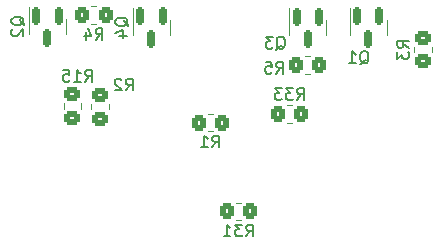
<source format=gbo>
%TF.GenerationSoftware,KiCad,Pcbnew,7.0.10*%
%TF.CreationDate,2024-07-06T13:46:37+02:00*%
%TF.ProjectId,Overlord,4f766572-6c6f-4726-942e-6b696361645f,rev?*%
%TF.SameCoordinates,Original*%
%TF.FileFunction,Legend,Bot*%
%TF.FilePolarity,Positive*%
%FSLAX46Y46*%
G04 Gerber Fmt 4.6, Leading zero omitted, Abs format (unit mm)*
G04 Created by KiCad (PCBNEW 7.0.10) date 2024-07-06 13:46:37*
%MOMM*%
%LPD*%
G01*
G04 APERTURE LIST*
G04 Aperture macros list*
%AMRoundRect*
0 Rectangle with rounded corners*
0 $1 Rounding radius*
0 $2 $3 $4 $5 $6 $7 $8 $9 X,Y pos of 4 corners*
0 Add a 4 corners polygon primitive as box body*
4,1,4,$2,$3,$4,$5,$6,$7,$8,$9,$2,$3,0*
0 Add four circle primitives for the rounded corners*
1,1,$1+$1,$2,$3*
1,1,$1+$1,$4,$5*
1,1,$1+$1,$6,$7*
1,1,$1+$1,$8,$9*
0 Add four rect primitives between the rounded corners*
20,1,$1+$1,$2,$3,$4,$5,0*
20,1,$1+$1,$4,$5,$6,$7,0*
20,1,$1+$1,$6,$7,$8,$9,0*
20,1,$1+$1,$8,$9,$2,$3,0*%
G04 Aperture macros list end*
%ADD10C,0.150000*%
%ADD11C,0.120000*%
%ADD12C,3.500000*%
%ADD13R,1.700000X1.700000*%
%ADD14O,1.700000X1.700000*%
%ADD15C,1.600000*%
%ADD16R,1.200000X1.200000*%
%ADD17C,1.200000*%
%ADD18C,2.540000*%
%ADD19C,3.250000*%
%ADD20R,1.500000X1.500000*%
%ADD21C,1.500000*%
%ADD22C,2.300000*%
%ADD23R,1.600000X1.600000*%
%ADD24C,1.700000*%
%ADD25RoundRect,0.250000X-0.350000X-0.450000X0.350000X-0.450000X0.350000X0.450000X-0.350000X0.450000X0*%
%ADD26RoundRect,0.250000X0.350000X0.450000X-0.350000X0.450000X-0.350000X-0.450000X0.350000X-0.450000X0*%
%ADD27RoundRect,0.150000X-0.150000X0.587500X-0.150000X-0.587500X0.150000X-0.587500X0.150000X0.587500X0*%
%ADD28RoundRect,0.250000X-0.450000X0.350000X-0.450000X-0.350000X0.450000X-0.350000X0.450000X0.350000X0*%
G04 APERTURE END LIST*
D10*
X59732857Y-108244819D02*
X60066190Y-107768628D01*
X60304285Y-108244819D02*
X60304285Y-107244819D01*
X60304285Y-107244819D02*
X59923333Y-107244819D01*
X59923333Y-107244819D02*
X59828095Y-107292438D01*
X59828095Y-107292438D02*
X59780476Y-107340057D01*
X59780476Y-107340057D02*
X59732857Y-107435295D01*
X59732857Y-107435295D02*
X59732857Y-107578152D01*
X59732857Y-107578152D02*
X59780476Y-107673390D01*
X59780476Y-107673390D02*
X59828095Y-107721009D01*
X59828095Y-107721009D02*
X59923333Y-107768628D01*
X59923333Y-107768628D02*
X60304285Y-107768628D01*
X59399523Y-107244819D02*
X58780476Y-107244819D01*
X58780476Y-107244819D02*
X59113809Y-107625771D01*
X59113809Y-107625771D02*
X58970952Y-107625771D01*
X58970952Y-107625771D02*
X58875714Y-107673390D01*
X58875714Y-107673390D02*
X58828095Y-107721009D01*
X58828095Y-107721009D02*
X58780476Y-107816247D01*
X58780476Y-107816247D02*
X58780476Y-108054342D01*
X58780476Y-108054342D02*
X58828095Y-108149580D01*
X58828095Y-108149580D02*
X58875714Y-108197200D01*
X58875714Y-108197200D02*
X58970952Y-108244819D01*
X58970952Y-108244819D02*
X59256666Y-108244819D01*
X59256666Y-108244819D02*
X59351904Y-108197200D01*
X59351904Y-108197200D02*
X59399523Y-108149580D01*
X57828095Y-108244819D02*
X58399523Y-108244819D01*
X58113809Y-108244819D02*
X58113809Y-107244819D01*
X58113809Y-107244819D02*
X58209047Y-107387676D01*
X58209047Y-107387676D02*
X58304285Y-107482914D01*
X58304285Y-107482914D02*
X58399523Y-107530533D01*
X64042857Y-96704819D02*
X64376190Y-96228628D01*
X64614285Y-96704819D02*
X64614285Y-95704819D01*
X64614285Y-95704819D02*
X64233333Y-95704819D01*
X64233333Y-95704819D02*
X64138095Y-95752438D01*
X64138095Y-95752438D02*
X64090476Y-95800057D01*
X64090476Y-95800057D02*
X64042857Y-95895295D01*
X64042857Y-95895295D02*
X64042857Y-96038152D01*
X64042857Y-96038152D02*
X64090476Y-96133390D01*
X64090476Y-96133390D02*
X64138095Y-96181009D01*
X64138095Y-96181009D02*
X64233333Y-96228628D01*
X64233333Y-96228628D02*
X64614285Y-96228628D01*
X63709523Y-95704819D02*
X63090476Y-95704819D01*
X63090476Y-95704819D02*
X63423809Y-96085771D01*
X63423809Y-96085771D02*
X63280952Y-96085771D01*
X63280952Y-96085771D02*
X63185714Y-96133390D01*
X63185714Y-96133390D02*
X63138095Y-96181009D01*
X63138095Y-96181009D02*
X63090476Y-96276247D01*
X63090476Y-96276247D02*
X63090476Y-96514342D01*
X63090476Y-96514342D02*
X63138095Y-96609580D01*
X63138095Y-96609580D02*
X63185714Y-96657200D01*
X63185714Y-96657200D02*
X63280952Y-96704819D01*
X63280952Y-96704819D02*
X63566666Y-96704819D01*
X63566666Y-96704819D02*
X63661904Y-96657200D01*
X63661904Y-96657200D02*
X63709523Y-96609580D01*
X62757142Y-95704819D02*
X62138095Y-95704819D01*
X62138095Y-95704819D02*
X62471428Y-96085771D01*
X62471428Y-96085771D02*
X62328571Y-96085771D01*
X62328571Y-96085771D02*
X62233333Y-96133390D01*
X62233333Y-96133390D02*
X62185714Y-96181009D01*
X62185714Y-96181009D02*
X62138095Y-96276247D01*
X62138095Y-96276247D02*
X62138095Y-96514342D01*
X62138095Y-96514342D02*
X62185714Y-96609580D01*
X62185714Y-96609580D02*
X62233333Y-96657200D01*
X62233333Y-96657200D02*
X62328571Y-96704819D01*
X62328571Y-96704819D02*
X62614285Y-96704819D01*
X62614285Y-96704819D02*
X62709523Y-96657200D01*
X62709523Y-96657200D02*
X62757142Y-96609580D01*
X69345238Y-93680057D02*
X69440476Y-93632438D01*
X69440476Y-93632438D02*
X69535714Y-93537200D01*
X69535714Y-93537200D02*
X69678571Y-93394342D01*
X69678571Y-93394342D02*
X69773809Y-93346723D01*
X69773809Y-93346723D02*
X69869047Y-93346723D01*
X69821428Y-93584819D02*
X69916666Y-93537200D01*
X69916666Y-93537200D02*
X70011904Y-93441961D01*
X70011904Y-93441961D02*
X70059523Y-93251485D01*
X70059523Y-93251485D02*
X70059523Y-92918152D01*
X70059523Y-92918152D02*
X70011904Y-92727676D01*
X70011904Y-92727676D02*
X69916666Y-92632438D01*
X69916666Y-92632438D02*
X69821428Y-92584819D01*
X69821428Y-92584819D02*
X69630952Y-92584819D01*
X69630952Y-92584819D02*
X69535714Y-92632438D01*
X69535714Y-92632438D02*
X69440476Y-92727676D01*
X69440476Y-92727676D02*
X69392857Y-92918152D01*
X69392857Y-92918152D02*
X69392857Y-93251485D01*
X69392857Y-93251485D02*
X69440476Y-93441961D01*
X69440476Y-93441961D02*
X69535714Y-93537200D01*
X69535714Y-93537200D02*
X69630952Y-93584819D01*
X69630952Y-93584819D02*
X69821428Y-93584819D01*
X68440476Y-93584819D02*
X69011904Y-93584819D01*
X68726190Y-93584819D02*
X68726190Y-92584819D01*
X68726190Y-92584819D02*
X68821428Y-92727676D01*
X68821428Y-92727676D02*
X68916666Y-92822914D01*
X68916666Y-92822914D02*
X69011904Y-92870533D01*
X40950057Y-90394761D02*
X40902438Y-90299523D01*
X40902438Y-90299523D02*
X40807200Y-90204285D01*
X40807200Y-90204285D02*
X40664342Y-90061428D01*
X40664342Y-90061428D02*
X40616723Y-89966190D01*
X40616723Y-89966190D02*
X40616723Y-89870952D01*
X40854819Y-89918571D02*
X40807200Y-89823333D01*
X40807200Y-89823333D02*
X40711961Y-89728095D01*
X40711961Y-89728095D02*
X40521485Y-89680476D01*
X40521485Y-89680476D02*
X40188152Y-89680476D01*
X40188152Y-89680476D02*
X39997676Y-89728095D01*
X39997676Y-89728095D02*
X39902438Y-89823333D01*
X39902438Y-89823333D02*
X39854819Y-89918571D01*
X39854819Y-89918571D02*
X39854819Y-90109047D01*
X39854819Y-90109047D02*
X39902438Y-90204285D01*
X39902438Y-90204285D02*
X39997676Y-90299523D01*
X39997676Y-90299523D02*
X40188152Y-90347142D01*
X40188152Y-90347142D02*
X40521485Y-90347142D01*
X40521485Y-90347142D02*
X40711961Y-90299523D01*
X40711961Y-90299523D02*
X40807200Y-90204285D01*
X40807200Y-90204285D02*
X40854819Y-90109047D01*
X40854819Y-90109047D02*
X40854819Y-89918571D01*
X39950057Y-90728095D02*
X39902438Y-90775714D01*
X39902438Y-90775714D02*
X39854819Y-90870952D01*
X39854819Y-90870952D02*
X39854819Y-91109047D01*
X39854819Y-91109047D02*
X39902438Y-91204285D01*
X39902438Y-91204285D02*
X39950057Y-91251904D01*
X39950057Y-91251904D02*
X40045295Y-91299523D01*
X40045295Y-91299523D02*
X40140533Y-91299523D01*
X40140533Y-91299523D02*
X40283390Y-91251904D01*
X40283390Y-91251904D02*
X40854819Y-90680476D01*
X40854819Y-90680476D02*
X40854819Y-91299523D01*
X62275238Y-92440057D02*
X62370476Y-92392438D01*
X62370476Y-92392438D02*
X62465714Y-92297200D01*
X62465714Y-92297200D02*
X62608571Y-92154342D01*
X62608571Y-92154342D02*
X62703809Y-92106723D01*
X62703809Y-92106723D02*
X62799047Y-92106723D01*
X62751428Y-92344819D02*
X62846666Y-92297200D01*
X62846666Y-92297200D02*
X62941904Y-92201961D01*
X62941904Y-92201961D02*
X62989523Y-92011485D01*
X62989523Y-92011485D02*
X62989523Y-91678152D01*
X62989523Y-91678152D02*
X62941904Y-91487676D01*
X62941904Y-91487676D02*
X62846666Y-91392438D01*
X62846666Y-91392438D02*
X62751428Y-91344819D01*
X62751428Y-91344819D02*
X62560952Y-91344819D01*
X62560952Y-91344819D02*
X62465714Y-91392438D01*
X62465714Y-91392438D02*
X62370476Y-91487676D01*
X62370476Y-91487676D02*
X62322857Y-91678152D01*
X62322857Y-91678152D02*
X62322857Y-92011485D01*
X62322857Y-92011485D02*
X62370476Y-92201961D01*
X62370476Y-92201961D02*
X62465714Y-92297200D01*
X62465714Y-92297200D02*
X62560952Y-92344819D01*
X62560952Y-92344819D02*
X62751428Y-92344819D01*
X61989523Y-91344819D02*
X61370476Y-91344819D01*
X61370476Y-91344819D02*
X61703809Y-91725771D01*
X61703809Y-91725771D02*
X61560952Y-91725771D01*
X61560952Y-91725771D02*
X61465714Y-91773390D01*
X61465714Y-91773390D02*
X61418095Y-91821009D01*
X61418095Y-91821009D02*
X61370476Y-91916247D01*
X61370476Y-91916247D02*
X61370476Y-92154342D01*
X61370476Y-92154342D02*
X61418095Y-92249580D01*
X61418095Y-92249580D02*
X61465714Y-92297200D01*
X61465714Y-92297200D02*
X61560952Y-92344819D01*
X61560952Y-92344819D02*
X61846666Y-92344819D01*
X61846666Y-92344819D02*
X61941904Y-92297200D01*
X61941904Y-92297200D02*
X61989523Y-92249580D01*
X49750057Y-90464761D02*
X49702438Y-90369523D01*
X49702438Y-90369523D02*
X49607200Y-90274285D01*
X49607200Y-90274285D02*
X49464342Y-90131428D01*
X49464342Y-90131428D02*
X49416723Y-90036190D01*
X49416723Y-90036190D02*
X49416723Y-89940952D01*
X49654819Y-89988571D02*
X49607200Y-89893333D01*
X49607200Y-89893333D02*
X49511961Y-89798095D01*
X49511961Y-89798095D02*
X49321485Y-89750476D01*
X49321485Y-89750476D02*
X48988152Y-89750476D01*
X48988152Y-89750476D02*
X48797676Y-89798095D01*
X48797676Y-89798095D02*
X48702438Y-89893333D01*
X48702438Y-89893333D02*
X48654819Y-89988571D01*
X48654819Y-89988571D02*
X48654819Y-90179047D01*
X48654819Y-90179047D02*
X48702438Y-90274285D01*
X48702438Y-90274285D02*
X48797676Y-90369523D01*
X48797676Y-90369523D02*
X48988152Y-90417142D01*
X48988152Y-90417142D02*
X49321485Y-90417142D01*
X49321485Y-90417142D02*
X49511961Y-90369523D01*
X49511961Y-90369523D02*
X49607200Y-90274285D01*
X49607200Y-90274285D02*
X49654819Y-90179047D01*
X49654819Y-90179047D02*
X49654819Y-89988571D01*
X48988152Y-91274285D02*
X49654819Y-91274285D01*
X48607200Y-91036190D02*
X49321485Y-90798095D01*
X49321485Y-90798095D02*
X49321485Y-91417142D01*
X56866666Y-100714819D02*
X57199999Y-100238628D01*
X57438094Y-100714819D02*
X57438094Y-99714819D01*
X57438094Y-99714819D02*
X57057142Y-99714819D01*
X57057142Y-99714819D02*
X56961904Y-99762438D01*
X56961904Y-99762438D02*
X56914285Y-99810057D01*
X56914285Y-99810057D02*
X56866666Y-99905295D01*
X56866666Y-99905295D02*
X56866666Y-100048152D01*
X56866666Y-100048152D02*
X56914285Y-100143390D01*
X56914285Y-100143390D02*
X56961904Y-100191009D01*
X56961904Y-100191009D02*
X57057142Y-100238628D01*
X57057142Y-100238628D02*
X57438094Y-100238628D01*
X55914285Y-100714819D02*
X56485713Y-100714819D01*
X56199999Y-100714819D02*
X56199999Y-99714819D01*
X56199999Y-99714819D02*
X56295237Y-99857676D01*
X56295237Y-99857676D02*
X56390475Y-99952914D01*
X56390475Y-99952914D02*
X56485713Y-100000533D01*
X49536666Y-95894819D02*
X49869999Y-95418628D01*
X50108094Y-95894819D02*
X50108094Y-94894819D01*
X50108094Y-94894819D02*
X49727142Y-94894819D01*
X49727142Y-94894819D02*
X49631904Y-94942438D01*
X49631904Y-94942438D02*
X49584285Y-94990057D01*
X49584285Y-94990057D02*
X49536666Y-95085295D01*
X49536666Y-95085295D02*
X49536666Y-95228152D01*
X49536666Y-95228152D02*
X49584285Y-95323390D01*
X49584285Y-95323390D02*
X49631904Y-95371009D01*
X49631904Y-95371009D02*
X49727142Y-95418628D01*
X49727142Y-95418628D02*
X50108094Y-95418628D01*
X49155713Y-94990057D02*
X49108094Y-94942438D01*
X49108094Y-94942438D02*
X49012856Y-94894819D01*
X49012856Y-94894819D02*
X48774761Y-94894819D01*
X48774761Y-94894819D02*
X48679523Y-94942438D01*
X48679523Y-94942438D02*
X48631904Y-94990057D01*
X48631904Y-94990057D02*
X48584285Y-95085295D01*
X48584285Y-95085295D02*
X48584285Y-95180533D01*
X48584285Y-95180533D02*
X48631904Y-95323390D01*
X48631904Y-95323390D02*
X49203332Y-95894819D01*
X49203332Y-95894819D02*
X48584285Y-95894819D01*
X73514819Y-92273333D02*
X73038628Y-91940000D01*
X73514819Y-91701905D02*
X72514819Y-91701905D01*
X72514819Y-91701905D02*
X72514819Y-92082857D01*
X72514819Y-92082857D02*
X72562438Y-92178095D01*
X72562438Y-92178095D02*
X72610057Y-92225714D01*
X72610057Y-92225714D02*
X72705295Y-92273333D01*
X72705295Y-92273333D02*
X72848152Y-92273333D01*
X72848152Y-92273333D02*
X72943390Y-92225714D01*
X72943390Y-92225714D02*
X72991009Y-92178095D01*
X72991009Y-92178095D02*
X73038628Y-92082857D01*
X73038628Y-92082857D02*
X73038628Y-91701905D01*
X72514819Y-92606667D02*
X72514819Y-93225714D01*
X72514819Y-93225714D02*
X72895771Y-92892381D01*
X72895771Y-92892381D02*
X72895771Y-93035238D01*
X72895771Y-93035238D02*
X72943390Y-93130476D01*
X72943390Y-93130476D02*
X72991009Y-93178095D01*
X72991009Y-93178095D02*
X73086247Y-93225714D01*
X73086247Y-93225714D02*
X73324342Y-93225714D01*
X73324342Y-93225714D02*
X73419580Y-93178095D01*
X73419580Y-93178095D02*
X73467200Y-93130476D01*
X73467200Y-93130476D02*
X73514819Y-93035238D01*
X73514819Y-93035238D02*
X73514819Y-92749524D01*
X73514819Y-92749524D02*
X73467200Y-92654286D01*
X73467200Y-92654286D02*
X73419580Y-92606667D01*
X46986666Y-91614819D02*
X47319999Y-91138628D01*
X47558094Y-91614819D02*
X47558094Y-90614819D01*
X47558094Y-90614819D02*
X47177142Y-90614819D01*
X47177142Y-90614819D02*
X47081904Y-90662438D01*
X47081904Y-90662438D02*
X47034285Y-90710057D01*
X47034285Y-90710057D02*
X46986666Y-90805295D01*
X46986666Y-90805295D02*
X46986666Y-90948152D01*
X46986666Y-90948152D02*
X47034285Y-91043390D01*
X47034285Y-91043390D02*
X47081904Y-91091009D01*
X47081904Y-91091009D02*
X47177142Y-91138628D01*
X47177142Y-91138628D02*
X47558094Y-91138628D01*
X46129523Y-90948152D02*
X46129523Y-91614819D01*
X46367618Y-90567200D02*
X46605713Y-91281485D01*
X46605713Y-91281485D02*
X45986666Y-91281485D01*
X62276666Y-94464819D02*
X62609999Y-93988628D01*
X62848094Y-94464819D02*
X62848094Y-93464819D01*
X62848094Y-93464819D02*
X62467142Y-93464819D01*
X62467142Y-93464819D02*
X62371904Y-93512438D01*
X62371904Y-93512438D02*
X62324285Y-93560057D01*
X62324285Y-93560057D02*
X62276666Y-93655295D01*
X62276666Y-93655295D02*
X62276666Y-93798152D01*
X62276666Y-93798152D02*
X62324285Y-93893390D01*
X62324285Y-93893390D02*
X62371904Y-93941009D01*
X62371904Y-93941009D02*
X62467142Y-93988628D01*
X62467142Y-93988628D02*
X62848094Y-93988628D01*
X61371904Y-93464819D02*
X61848094Y-93464819D01*
X61848094Y-93464819D02*
X61895713Y-93941009D01*
X61895713Y-93941009D02*
X61848094Y-93893390D01*
X61848094Y-93893390D02*
X61752856Y-93845771D01*
X61752856Y-93845771D02*
X61514761Y-93845771D01*
X61514761Y-93845771D02*
X61419523Y-93893390D01*
X61419523Y-93893390D02*
X61371904Y-93941009D01*
X61371904Y-93941009D02*
X61324285Y-94036247D01*
X61324285Y-94036247D02*
X61324285Y-94274342D01*
X61324285Y-94274342D02*
X61371904Y-94369580D01*
X61371904Y-94369580D02*
X61419523Y-94417200D01*
X61419523Y-94417200D02*
X61514761Y-94464819D01*
X61514761Y-94464819D02*
X61752856Y-94464819D01*
X61752856Y-94464819D02*
X61848094Y-94417200D01*
X61848094Y-94417200D02*
X61895713Y-94369580D01*
X46082857Y-95144819D02*
X46416190Y-94668628D01*
X46654285Y-95144819D02*
X46654285Y-94144819D01*
X46654285Y-94144819D02*
X46273333Y-94144819D01*
X46273333Y-94144819D02*
X46178095Y-94192438D01*
X46178095Y-94192438D02*
X46130476Y-94240057D01*
X46130476Y-94240057D02*
X46082857Y-94335295D01*
X46082857Y-94335295D02*
X46082857Y-94478152D01*
X46082857Y-94478152D02*
X46130476Y-94573390D01*
X46130476Y-94573390D02*
X46178095Y-94621009D01*
X46178095Y-94621009D02*
X46273333Y-94668628D01*
X46273333Y-94668628D02*
X46654285Y-94668628D01*
X45130476Y-95144819D02*
X45701904Y-95144819D01*
X45416190Y-95144819D02*
X45416190Y-94144819D01*
X45416190Y-94144819D02*
X45511428Y-94287676D01*
X45511428Y-94287676D02*
X45606666Y-94382914D01*
X45606666Y-94382914D02*
X45701904Y-94430533D01*
X44225714Y-94144819D02*
X44701904Y-94144819D01*
X44701904Y-94144819D02*
X44749523Y-94621009D01*
X44749523Y-94621009D02*
X44701904Y-94573390D01*
X44701904Y-94573390D02*
X44606666Y-94525771D01*
X44606666Y-94525771D02*
X44368571Y-94525771D01*
X44368571Y-94525771D02*
X44273333Y-94573390D01*
X44273333Y-94573390D02*
X44225714Y-94621009D01*
X44225714Y-94621009D02*
X44178095Y-94716247D01*
X44178095Y-94716247D02*
X44178095Y-94954342D01*
X44178095Y-94954342D02*
X44225714Y-95049580D01*
X44225714Y-95049580D02*
X44273333Y-95097200D01*
X44273333Y-95097200D02*
X44368571Y-95144819D01*
X44368571Y-95144819D02*
X44606666Y-95144819D01*
X44606666Y-95144819D02*
X44701904Y-95097200D01*
X44701904Y-95097200D02*
X44749523Y-95049580D01*
D11*
%TO.C,R31*%
X58862936Y-105405000D02*
X59317064Y-105405000D01*
X58862936Y-106875000D02*
X59317064Y-106875000D01*
%TO.C,R33*%
X63627064Y-98635000D02*
X63172936Y-98635000D01*
X63627064Y-97165000D02*
X63172936Y-97165000D01*
%TO.C,Q1*%
X71610000Y-90570000D02*
X71610000Y-89920000D01*
X71610000Y-90570000D02*
X71610000Y-91220000D01*
X68490000Y-90570000D02*
X68490000Y-88895000D01*
X68490000Y-90570000D02*
X68490000Y-91220000D01*
%TO.C,Q2*%
X44460000Y-90490000D02*
X44460000Y-89840000D01*
X44460000Y-90490000D02*
X44460000Y-91140000D01*
X41340000Y-90490000D02*
X41340000Y-88815000D01*
X41340000Y-90490000D02*
X41340000Y-91140000D01*
%TO.C,Q3*%
X66500000Y-90590000D02*
X66500000Y-89940000D01*
X66500000Y-90590000D02*
X66500000Y-91240000D01*
X63380000Y-90590000D02*
X63380000Y-88915000D01*
X63380000Y-90590000D02*
X63380000Y-91240000D01*
%TO.C,Q4*%
X53260000Y-90560000D02*
X53260000Y-89910000D01*
X53260000Y-90560000D02*
X53260000Y-91210000D01*
X50140000Y-90560000D02*
X50140000Y-88885000D01*
X50140000Y-90560000D02*
X50140000Y-91210000D01*
%TO.C,R1*%
X56472936Y-97875000D02*
X56927064Y-97875000D01*
X56472936Y-99345000D02*
X56927064Y-99345000D01*
%TO.C,R2*%
X48075000Y-97052936D02*
X48075000Y-97507064D01*
X46605000Y-97052936D02*
X46605000Y-97507064D01*
%TO.C,R3*%
X75445000Y-92212936D02*
X75445000Y-92667064D01*
X73975000Y-92212936D02*
X73975000Y-92667064D01*
%TO.C,R4*%
X46592936Y-88775000D02*
X47047064Y-88775000D01*
X46592936Y-90245000D02*
X47047064Y-90245000D01*
%TO.C,R5*%
X64682936Y-92995000D02*
X65137064Y-92995000D01*
X64682936Y-94465000D02*
X65137064Y-94465000D01*
%TO.C,R15*%
X45735000Y-96992936D02*
X45735000Y-97447064D01*
X44265000Y-96992936D02*
X44265000Y-97447064D01*
%TD*%
%LPC*%
D12*
%TO.C,H1*%
X171960000Y-43450000D03*
%TD*%
D13*
%TO.C,120R_enable1*%
X82530000Y-95610000D03*
D14*
X82530000Y-93070000D03*
%TD*%
D12*
%TO.C,H2*%
X33960000Y-93450000D03*
%TD*%
D15*
%TO.C,C12*%
X84100000Y-89000000D03*
X84100000Y-84000000D03*
%TD*%
D16*
%TO.C,C3*%
X58540000Y-54620000D03*
D17*
X57040000Y-54620000D03*
%TD*%
D16*
%TO.C,C5*%
X82080000Y-49560000D03*
D17*
X82080000Y-48060000D03*
%TD*%
D16*
%TO.C,C6*%
X84270000Y-57727400D03*
D17*
X84270000Y-59227400D03*
%TD*%
D16*
%TO.C,C17*%
X34800000Y-101600000D03*
D17*
X34800000Y-100100000D03*
%TD*%
D16*
%TO.C,C2*%
X48500000Y-85300000D03*
D17*
X48500000Y-83800000D03*
%TD*%
D18*
%TO.C,J2*%
X176220000Y-35450000D03*
X171140000Y-35450000D03*
X166060000Y-35450000D03*
X160980000Y-35450000D03*
X155900000Y-35450000D03*
X150820000Y-35450000D03*
X145740000Y-35450000D03*
X140660000Y-35450000D03*
X135580000Y-35450000D03*
%TD*%
%TO.C,J5*%
X82580000Y-101450000D03*
X87660000Y-101450000D03*
X92740000Y-101450000D03*
X97820000Y-101450000D03*
X102900000Y-101450000D03*
X107980000Y-101450000D03*
X113060000Y-101450000D03*
X118140000Y-101450000D03*
X123220000Y-101450000D03*
%TD*%
%TO.C,J6*%
X136080000Y-101450000D03*
X141160000Y-101450000D03*
X146240000Y-101450000D03*
X151320000Y-101450000D03*
X156400000Y-101450000D03*
X161480000Y-101450000D03*
X166560000Y-101450000D03*
X171640000Y-101450000D03*
X176720000Y-101450000D03*
%TD*%
%TO.C,J4*%
X123220000Y-35450000D03*
X118140000Y-35450000D03*
X113060000Y-35450000D03*
X107980000Y-35450000D03*
X102900000Y-35450000D03*
X97820000Y-35450000D03*
X92740000Y-35450000D03*
X87660000Y-35450000D03*
X82580000Y-35450000D03*
%TD*%
D19*
%TO.C,J1*%
X69540000Y-105310000D03*
X41090000Y-105310000D03*
D20*
X66750000Y-102770000D03*
D21*
X65734000Y-100990000D03*
X64718000Y-102770000D03*
X63702000Y-100990000D03*
X62686000Y-102770000D03*
X61670000Y-100990000D03*
X60654000Y-102770000D03*
X59638000Y-100990000D03*
X70050000Y-96170000D03*
X67760000Y-96170000D03*
X58620000Y-96170000D03*
X56330000Y-96170000D03*
X51000000Y-102770000D03*
X49984000Y-100990000D03*
X48968000Y-102770000D03*
X47952000Y-100990000D03*
X46936000Y-102770000D03*
X45920000Y-100990000D03*
X44904000Y-102770000D03*
X43888000Y-100990000D03*
X54300000Y-96170000D03*
X52010000Y-96170000D03*
X42870000Y-96170000D03*
X40580000Y-96170000D03*
D22*
X71320000Y-101880000D03*
X39320000Y-101880000D03*
%TD*%
D23*
%TO.C,C13*%
X124400000Y-50900000D03*
D15*
X124400000Y-47400000D03*
%TD*%
%TO.C,C8*%
X109150000Y-41400000D03*
X114150000Y-41400000D03*
%TD*%
D23*
%TO.C,C27*%
X162900000Y-55900000D03*
D15*
X166400000Y-55900000D03*
%TD*%
D23*
%TO.C,C44*%
X91400000Y-78400000D03*
D15*
X94900000Y-78400000D03*
%TD*%
D23*
%TO.C,C45*%
X169900000Y-91900000D03*
D15*
X173400000Y-91900000D03*
%TD*%
%TO.C,C7*%
X114150000Y-44400000D03*
X109150000Y-44400000D03*
%TD*%
%TO.C,C9*%
X135400000Y-92400000D03*
X140400000Y-92400000D03*
%TD*%
%TO.C,C10*%
X140400000Y-95400000D03*
X135400000Y-95400000D03*
%TD*%
%TO.C,C14*%
X114150000Y-47400000D03*
X109150000Y-47400000D03*
%TD*%
%TO.C,C15*%
X109150000Y-50400000D03*
X114150000Y-50400000D03*
%TD*%
%TO.C,C16*%
X135400000Y-89400000D03*
X140400000Y-89400000D03*
%TD*%
%TO.C,C18*%
X140400000Y-86400000D03*
X135400000Y-86400000D03*
%TD*%
%TO.C,C19*%
X90400000Y-41400000D03*
X95400000Y-41400000D03*
%TD*%
%TO.C,C20*%
X159400000Y-95400000D03*
X154400000Y-95400000D03*
%TD*%
%TO.C,C21*%
X90400000Y-50400000D03*
X95400000Y-50400000D03*
%TD*%
%TO.C,C22*%
X159400000Y-86400000D03*
X154400000Y-86400000D03*
%TD*%
%TO.C,C23*%
X90400000Y-44400000D03*
X95400000Y-44400000D03*
%TD*%
%TO.C,C24*%
X159400000Y-92400000D03*
X154400000Y-92400000D03*
%TD*%
%TO.C,C25*%
X90400000Y-47400000D03*
X95400000Y-47400000D03*
%TD*%
%TO.C,C26*%
X159400000Y-89400000D03*
X154400000Y-89400000D03*
%TD*%
%TO.C,C28*%
X90400000Y-92400000D03*
X95400000Y-92400000D03*
%TD*%
%TO.C,C29*%
X95400000Y-95400000D03*
X90400000Y-95400000D03*
%TD*%
%TO.C,C30*%
X159400000Y-44400000D03*
X154400000Y-44400000D03*
%TD*%
%TO.C,C31*%
X154400000Y-41400000D03*
X159400000Y-41400000D03*
%TD*%
%TO.C,C32*%
X90400000Y-89400000D03*
X95400000Y-89400000D03*
%TD*%
%TO.C,C33*%
X95400000Y-86400000D03*
X90400000Y-86400000D03*
%TD*%
%TO.C,C34*%
X159400000Y-47400000D03*
X154400000Y-47400000D03*
%TD*%
%TO.C,C35*%
X154400000Y-50400000D03*
X159400000Y-50400000D03*
%TD*%
%TO.C,C36*%
X114400000Y-95400000D03*
X109400000Y-95400000D03*
%TD*%
%TO.C,C37*%
X135400000Y-41400000D03*
X140400000Y-41400000D03*
%TD*%
%TO.C,C38*%
X114400000Y-86400000D03*
X109400000Y-86400000D03*
%TD*%
%TO.C,C39*%
X135400000Y-50400000D03*
X140400000Y-50400000D03*
%TD*%
%TO.C,C40*%
X114400000Y-92400000D03*
X109400000Y-92400000D03*
%TD*%
%TO.C,C41*%
X135400000Y-44400000D03*
X140400000Y-44400000D03*
%TD*%
%TO.C,C42*%
X114400000Y-89400000D03*
X109400000Y-89400000D03*
%TD*%
%TO.C,C43*%
X135400000Y-47400000D03*
X140400000Y-47400000D03*
%TD*%
D13*
%TO.C,ESP1*%
X107530000Y-81140000D03*
D14*
X110070000Y-81140000D03*
X112610000Y-81140000D03*
X115150000Y-81140000D03*
X117690000Y-81140000D03*
X120230000Y-81140000D03*
X122770000Y-81140000D03*
X125310000Y-81140000D03*
X127850000Y-81140000D03*
X130390000Y-81140000D03*
X132930000Y-81140000D03*
X135470000Y-81140000D03*
X138010000Y-81140000D03*
X140550000Y-81140000D03*
X143090000Y-81140000D03*
X145630000Y-81140000D03*
X148170000Y-81140000D03*
X150710000Y-81140000D03*
X153250000Y-81140000D03*
D13*
X107530000Y-55740000D03*
D14*
X110070000Y-55740000D03*
X112610000Y-55740000D03*
X115150000Y-55740000D03*
X117690000Y-55740000D03*
X120230000Y-55740000D03*
X122770000Y-55740000D03*
X125310000Y-55740000D03*
X127850000Y-55740000D03*
X130390000Y-55740000D03*
X132930000Y-55740000D03*
X135470000Y-55740000D03*
X138010000Y-55740000D03*
X140550000Y-55740000D03*
X143090000Y-55740000D03*
X145630000Y-55740000D03*
X148170000Y-55740000D03*
X150710000Y-55740000D03*
X153250000Y-55740000D03*
%TD*%
D13*
%TO.C,J7*%
X62460000Y-41227500D03*
D24*
X64960000Y-41227500D03*
X64960000Y-39227500D03*
X62460000Y-39227500D03*
D12*
X57690000Y-36517500D03*
X69730000Y-36517500D03*
%TD*%
D13*
%TO.C,J8*%
X67550000Y-46420000D03*
D14*
X65010000Y-46420000D03*
X62470000Y-46420000D03*
X59930000Y-46420000D03*
%TD*%
D25*
%TO.C,R31*%
X58090000Y-106140000D03*
X60090000Y-106140000D03*
%TD*%
D26*
%TO.C,R33*%
X64400000Y-97900000D03*
X62400000Y-97900000D03*
%TD*%
D27*
%TO.C,Q1*%
X69100000Y-89632500D03*
X71000000Y-89632500D03*
X70050000Y-91507500D03*
%TD*%
%TO.C,Q2*%
X41950000Y-89552500D03*
X43850000Y-89552500D03*
X42900000Y-91427500D03*
%TD*%
%TO.C,Q3*%
X63990000Y-89652500D03*
X65890000Y-89652500D03*
X64940000Y-91527500D03*
%TD*%
%TO.C,Q4*%
X50750000Y-89622500D03*
X52650000Y-89622500D03*
X51700000Y-91497500D03*
%TD*%
D25*
%TO.C,R1*%
X55700000Y-98610000D03*
X57700000Y-98610000D03*
%TD*%
D28*
%TO.C,R2*%
X47340000Y-96280000D03*
X47340000Y-98280000D03*
%TD*%
%TO.C,R3*%
X74710000Y-91440000D03*
X74710000Y-93440000D03*
%TD*%
D25*
%TO.C,R4*%
X45820000Y-89510000D03*
X47820000Y-89510000D03*
%TD*%
%TO.C,R5*%
X63910000Y-93730000D03*
X65910000Y-93730000D03*
%TD*%
D28*
%TO.C,R15*%
X45000000Y-96220000D03*
X45000000Y-98220000D03*
%TD*%
%LPD*%
M02*

</source>
